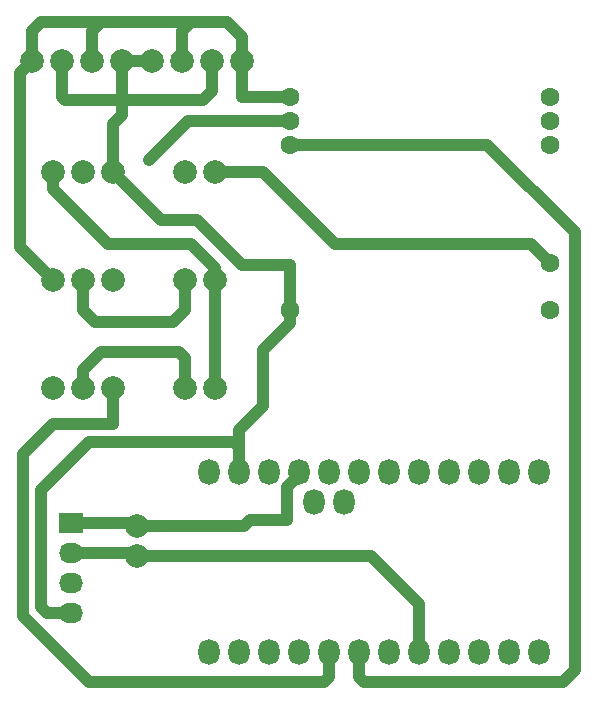
<source format=gbr>
G04 #@! TF.GenerationSoftware,KiCad,Pcbnew,(5.0.2)-1*
G04 #@! TF.CreationDate,2019-05-13T13:57:21+02:00*
G04 #@! TF.ProjectId,placa buena lineas rectas,706c6163-6120-4627-9565-6e61206c696e,rev?*
G04 #@! TF.SameCoordinates,Original*
G04 #@! TF.FileFunction,Copper,L2,Bot*
G04 #@! TF.FilePolarity,Positive*
%FSLAX46Y46*%
G04 Gerber Fmt 4.6, Leading zero omitted, Abs format (unit mm)*
G04 Created by KiCad (PCBNEW (5.0.2)-1) date 13/05/2019 13:57:21*
%MOMM*%
%LPD*%
G01*
G04 APERTURE LIST*
G04 #@! TA.AperFunction,ComponentPad*
%ADD10C,1.600000*%
G04 #@! TD*
G04 #@! TA.AperFunction,ComponentPad*
%ADD11O,1.800000X2.199640*%
G04 #@! TD*
G04 #@! TA.AperFunction,ComponentPad*
%ADD12C,2.000000*%
G04 #@! TD*
G04 #@! TA.AperFunction,ComponentPad*
%ADD13R,2.032000X1.727200*%
G04 #@! TD*
G04 #@! TA.AperFunction,ComponentPad*
%ADD14O,2.032000X1.727200*%
G04 #@! TD*
G04 #@! TA.AperFunction,ViaPad*
%ADD15C,1.000000*%
G04 #@! TD*
G04 #@! TA.AperFunction,Conductor*
%ADD16C,1.000000*%
G04 #@! TD*
G04 APERTURE END LIST*
D10*
G04 #@! TO.P,,1*
G04 #@! TO.N,3.7V*
X136499600Y-46482000D03*
G04 #@! TO.P,,2*
G04 #@! TO.N,TX_XBEE*
X136499600Y-48482000D03*
G04 #@! TO.P,,3*
G04 #@! TO.N,RX_XBEE*
X136499600Y-50482000D03*
G04 #@! TO.P,,4*
G04 #@! TO.N,GND*
X136499600Y-64482000D03*
G04 #@! TO.P,,5*
G04 #@! TO.N,Net-(U4-Pad5)*
X158499600Y-46482000D03*
G04 #@! TO.P,,6*
G04 #@! TO.N,Net-(U4-Pad6)*
X158499600Y-48482000D03*
G04 #@! TO.P,,7*
G04 #@! TO.N,Net-(U4-Pad7)*
X158499600Y-50482000D03*
G04 #@! TO.P,,8*
G04 #@! TO.N,PINOUT_TRANSISTOR*
X158499600Y-60482000D03*
G04 #@! TO.P,,9*
G04 #@! TO.N,Net-(U4-Pad9)*
X158499600Y-64482000D03*
G04 #@! TD*
D11*
G04 #@! TO.P,U2,12*
G04 #@! TO.N,Net-(U2-Pad12)*
X129641600Y-93472000D03*
G04 #@! TO.P,U2,11*
G04 #@! TO.N,Net-(U2-Pad11)*
X132181600Y-93472000D03*
G04 #@! TO.P,U2,10*
G04 #@! TO.N,Net-(U2-Pad10)*
X134721600Y-93472000D03*
G04 #@! TO.P,U2,9*
G04 #@! TO.N,Net-(U2-Pad9)*
X137261600Y-93472000D03*
G04 #@! TO.P,U2,8*
G04 #@! TO.N,RX_ARDUINO*
X139801600Y-93472000D03*
G04 #@! TO.P,U2,7*
G04 #@! TO.N,RX_XBEE*
X142341600Y-93472000D03*
G04 #@! TO.P,U2,6*
G04 #@! TO.N,Net-(U2-Pad6)*
X144881600Y-93472000D03*
G04 #@! TO.P,U2,5*
G04 #@! TO.N,SENS_DATA*
X147421600Y-93472000D03*
G04 #@! TO.P,U2,4*
G04 #@! TO.N,Net-(U2-Pad4)*
X149961600Y-93472000D03*
G04 #@! TO.P,U2,3*
G04 #@! TO.N,Net-(U2-Pad3)*
X152501600Y-93472000D03*
G04 #@! TO.P,U2,2*
G04 #@! TO.N,Net-(U2-Pad2)*
X155041600Y-93472000D03*
G04 #@! TO.P,U2,1*
G04 #@! TO.N,Net-(U2-Pad1)*
X157581600Y-93472000D03*
G04 #@! TO.P,U2,24*
G04 #@! TO.N,Net-(U2-Pad24)*
X157581600Y-78232000D03*
G04 #@! TO.P,U2,23*
G04 #@! TO.N,Net-(U2-Pad23)*
X155041600Y-78232000D03*
G04 #@! TO.P,U2,22*
G04 #@! TO.N,Net-(U2-Pad22)*
X152501600Y-78232000D03*
G04 #@! TO.P,U2,21*
G04 #@! TO.N,Net-(U2-Pad21)*
X149961600Y-78232000D03*
G04 #@! TO.P,U2,20*
G04 #@! TO.N,Net-(U2-Pad20)*
X147421600Y-78232000D03*
G04 #@! TO.P,U2,19*
G04 #@! TO.N,Net-(U2-Pad19)*
X144881600Y-78232000D03*
G04 #@! TO.P,U2,18*
G04 #@! TO.N,Net-(U2-Pad18)*
X142341600Y-78232000D03*
G04 #@! TO.P,U2,17*
G04 #@! TO.N,Net-(U2-Pad17)*
X139801600Y-78232000D03*
G04 #@! TO.P,U2,16*
G04 #@! TO.N,3.7V_OUT-T*
X137261600Y-78232000D03*
G04 #@! TO.P,U2,15*
G04 #@! TO.N,Net-(U2-Pad15)*
X134721600Y-78232000D03*
G04 #@! TO.P,U2,14*
G04 #@! TO.N,GND*
X132181600Y-78232000D03*
G04 #@! TO.P,U2,13*
G04 #@! TO.N,Net-(U2-Pad13)*
X129641600Y-78232000D03*
G04 #@! TO.P,U2,25*
G04 #@! TO.N,Net-(U2-Pad25)*
X141071600Y-80772000D03*
G04 #@! TO.P,U2,26*
G04 #@! TO.N,Net-(U2-Pad26)*
X138531600Y-80772000D03*
G04 #@! TD*
D12*
G04 #@! TO.P,,1*
G04 #@! TO.N,3.7V*
X114655600Y-43434000D03*
G04 #@! TO.P,,2*
G04 #@! TO.N,GND*
X117195600Y-43434000D03*
G04 #@! TO.P,,3*
G04 #@! TO.N,3.7V*
X119735600Y-43434000D03*
G04 #@! TO.P,,4*
G04 #@! TO.N,GND*
X122275600Y-43434000D03*
G04 #@! TO.P,,5*
X124815600Y-43434000D03*
G04 #@! TO.P,,6*
G04 #@! TO.N,3.7V*
X127355600Y-43434000D03*
G04 #@! TO.P,,7*
G04 #@! TO.N,GND*
X129895600Y-43434000D03*
G04 #@! TO.P,,8*
G04 #@! TO.N,3.7V*
X132435600Y-43434000D03*
G04 #@! TD*
G04 #@! TO.P,,2*
G04 #@! TO.N,Salida_2T*
X130149600Y-61976000D03*
G04 #@! TO.P,,1*
G04 #@! TO.N,Net-(U10-Pad2)*
X127609600Y-61976000D03*
G04 #@! TD*
G04 #@! TO.P,,2*
G04 #@! TO.N,Salida_2T*
X130149600Y-71120000D03*
G04 #@! TO.P,,1*
G04 #@! TO.N,Net-(U7-Pad1)*
X127609600Y-71120000D03*
G04 #@! TD*
G04 #@! TO.P,,2*
G04 #@! TO.N,PINOUT_TRANSISTOR*
X130149600Y-52832000D03*
G04 #@! TO.P,,1*
G04 #@! TO.N,Net-(U5-Pad1)*
X127609600Y-52832000D03*
G04 #@! TD*
G04 #@! TO.P,,1*
G04 #@! TO.N,3.7V_OUT-T*
X123545600Y-82804000D03*
G04 #@! TO.P,,2*
G04 #@! TO.N,SENS_DATA*
X123545600Y-85344000D03*
G04 #@! TD*
G04 #@! TO.P,,1*
G04 #@! TO.N,Salida_2T*
X116433600Y-52832000D03*
G04 #@! TO.P,,2*
G04 #@! TO.N,Net-(U5-Pad1)*
X118973600Y-52832000D03*
G04 #@! TO.P,,3*
G04 #@! TO.N,GND*
X121513600Y-52832000D03*
G04 #@! TD*
G04 #@! TO.P,,3*
G04 #@! TO.N,3.7V_OUT-T*
X121513600Y-61976000D03*
G04 #@! TO.P,,2*
G04 #@! TO.N,Net-(U10-Pad2)*
X118973600Y-61976000D03*
G04 #@! TO.P,,1*
G04 #@! TO.N,3.7V*
X116433600Y-61976000D03*
G04 #@! TD*
G04 #@! TO.P,,1*
G04 #@! TO.N,TX_XBEE*
X116433600Y-71120000D03*
G04 #@! TO.P,,2*
G04 #@! TO.N,Net-(U7-Pad1)*
X118973600Y-71120000D03*
G04 #@! TO.P,,3*
G04 #@! TO.N,RX_ARDUINO*
X121513600Y-71120000D03*
G04 #@! TD*
D13*
G04 #@! TO.P,,1*
G04 #@! TO.N,3.7V_OUT-T*
X117957600Y-82550000D03*
D14*
G04 #@! TO.P,,2*
G04 #@! TO.N,SENS_DATA*
X117957600Y-85090000D03*
G04 #@! TO.P,,3*
G04 #@! TO.N,Net-(TH1-Pad3)*
X117957600Y-87630000D03*
G04 #@! TO.P,,4*
G04 #@! TO.N,GND*
X117957600Y-90170000D03*
G04 #@! TD*
D15*
G04 #@! TO.N,TX_XBEE*
X124561600Y-51816000D03*
G04 #@! TD*
D16*
G04 #@! TO.N,3.7V*
X115433601Y-60976001D02*
X116433600Y-61976000D01*
X113655601Y-59198001D02*
X115433601Y-60976001D01*
X113655601Y-44433999D02*
X113655601Y-59198001D01*
X114655600Y-43434000D02*
X113655601Y-44433999D01*
X132435600Y-43434000D02*
X132435600Y-46482000D01*
X132435600Y-46482000D02*
X136499600Y-46482000D01*
X132435600Y-43434000D02*
X132435600Y-41402000D01*
X132435600Y-41402000D02*
X131165600Y-40132000D01*
X131165600Y-40132000D02*
X128117600Y-40132000D01*
X127355600Y-40894000D02*
X127355600Y-43434000D01*
X128117600Y-40132000D02*
X127355600Y-40894000D01*
X128117600Y-40132000D02*
X120497600Y-40132000D01*
X119735600Y-40894000D02*
X119735600Y-43434000D01*
X120497600Y-40132000D02*
X119735600Y-40894000D01*
X120497600Y-40132000D02*
X115417600Y-40132000D01*
X114655600Y-40894000D02*
X114655600Y-43434000D01*
X115417600Y-40132000D02*
X114655600Y-40894000D01*
G04 #@! TO.N,SENS_DATA*
X123291600Y-85090000D02*
X123545600Y-85344000D01*
X117957600Y-85090000D02*
X123291600Y-85090000D01*
X147421600Y-93272180D02*
X147421600Y-93472000D01*
X147421600Y-89408000D02*
X147421600Y-93472000D01*
X123545600Y-85344000D02*
X143357600Y-85344000D01*
X143357600Y-85344000D02*
X147421600Y-89408000D01*
G04 #@! TO.N,GND*
X122275600Y-43434000D02*
X124815600Y-43434000D01*
X136499600Y-60706000D02*
X136499600Y-64482000D01*
X121513600Y-52832000D02*
X123213601Y-54532001D01*
X136499600Y-60706000D02*
X132435600Y-60706000D01*
X132435600Y-60706000D02*
X128625600Y-56896000D01*
X125577600Y-56896000D02*
X121513600Y-52832000D01*
X128625600Y-56896000D02*
X125577600Y-56896000D01*
X117957600Y-90170000D02*
X117703600Y-90170000D01*
X132181600Y-78032180D02*
X132181600Y-78232000D01*
X121513600Y-52832000D02*
X121513600Y-48768000D01*
X121513600Y-48768000D02*
X122275600Y-48006000D01*
X129895600Y-43434000D02*
X129895600Y-45974000D01*
X129133600Y-46736000D02*
X122275600Y-46736000D01*
X129895600Y-45974000D02*
X129133600Y-46736000D01*
X122275600Y-48006000D02*
X122275600Y-46736000D01*
X122275600Y-46736000D02*
X122275600Y-43434000D01*
X122275600Y-46736000D02*
X117449600Y-46736000D01*
X117195600Y-46482000D02*
X117195600Y-43434000D01*
X117449600Y-46736000D02*
X117195600Y-46482000D01*
X132181600Y-76132180D02*
X131741420Y-75692000D01*
X132181600Y-78232000D02*
X132181600Y-76132180D01*
X115941600Y-90170000D02*
X117957600Y-90170000D01*
X115417600Y-89646000D02*
X115941600Y-90170000D01*
X115417600Y-79756000D02*
X115417600Y-89646000D01*
X131741420Y-75692000D02*
X119481600Y-75692000D01*
X119481600Y-75692000D02*
X115417600Y-79756000D01*
X132181600Y-74676000D02*
X134213600Y-72644000D01*
X132181600Y-76132180D02*
X132181600Y-74676000D01*
X134213600Y-67899370D02*
X134213600Y-72644000D01*
X136499600Y-65613370D02*
X134213600Y-67899370D01*
X136499600Y-64482000D02*
X136499600Y-65613370D01*
G04 #@! TO.N,TX_XBEE*
X136499600Y-48482000D02*
X127895600Y-48482000D01*
X127895600Y-48482000D02*
X124561600Y-51816000D01*
X124561600Y-51816000D02*
X124561600Y-51816000D01*
G04 #@! TO.N,RX_XBEE*
X142341600Y-95571820D02*
X142341600Y-93472000D01*
X142781780Y-96012000D02*
X142341600Y-95571820D01*
X160629600Y-57912000D02*
X160629600Y-94996000D01*
X136499600Y-50482000D02*
X153199600Y-50482000D01*
X153199600Y-50482000D02*
X160629600Y-57912000D01*
X160629600Y-94996000D02*
X159613600Y-96012000D01*
X159613600Y-96012000D02*
X142781780Y-96012000D01*
G04 #@! TO.N,PINOUT_TRANSISTOR*
X130149600Y-52832000D02*
X134213600Y-52832000D01*
X134213600Y-52832000D02*
X140309600Y-58928000D01*
X156945600Y-58928000D02*
X158499600Y-60482000D01*
X140309600Y-58928000D02*
X156945600Y-58928000D01*
G04 #@! TO.N,Net-(U7-Pad1)*
X118973600Y-71120000D02*
X118973600Y-69596000D01*
X118973600Y-69596000D02*
X120497600Y-68072000D01*
X120497600Y-68072000D02*
X127101600Y-68072000D01*
X127609600Y-68580000D02*
X127609600Y-71120000D01*
X127101600Y-68072000D02*
X127609600Y-68580000D01*
G04 #@! TO.N,RX_ARDUINO*
X139801600Y-93671820D02*
X139801600Y-93472000D01*
X121513600Y-74168000D02*
X121513600Y-71120000D01*
X116433600Y-74168000D02*
X121513600Y-74168000D01*
X139801600Y-93472000D02*
X139801600Y-95571820D01*
X139801600Y-95571820D02*
X139361420Y-96012000D01*
X139361420Y-96012000D02*
X119481600Y-96012000D01*
X113893600Y-90424000D02*
X113893600Y-76708000D01*
X119481600Y-96012000D02*
X113893600Y-90424000D01*
X113893600Y-76708000D02*
X116433600Y-74168000D01*
G04 #@! TO.N,3.7V_OUT-T*
X123291600Y-82550000D02*
X123545600Y-82804000D01*
X117957600Y-82550000D02*
X123291600Y-82550000D01*
X124959813Y-82804000D02*
X123545600Y-82804000D01*
X132612175Y-82804000D02*
X124959813Y-82804000D01*
X137261600Y-78232000D02*
X137184175Y-78232000D01*
X137261600Y-78431820D02*
X136245600Y-79447820D01*
X137261600Y-78232000D02*
X137261600Y-78431820D01*
X136245600Y-79447820D02*
X136245600Y-82296000D01*
X133120175Y-82296000D02*
X132612175Y-82804000D01*
X136245600Y-82296000D02*
X133120175Y-82296000D01*
G04 #@! TO.N,Net-(U10-Pad2)*
X118973600Y-61976000D02*
X118973600Y-64516000D01*
X118973600Y-64516000D02*
X119989600Y-65532000D01*
X119989600Y-65532000D02*
X126593600Y-65532000D01*
X127609600Y-64516000D02*
X127609600Y-61976000D01*
X126593600Y-65532000D02*
X127609600Y-64516000D01*
G04 #@! TO.N,Salida_2T*
X130149600Y-61976000D02*
X130149600Y-71120000D01*
X116433600Y-54246213D02*
X116433600Y-52832000D01*
X121115387Y-58928000D02*
X116433600Y-54246213D01*
X128117600Y-58928000D02*
X121115387Y-58928000D01*
X130149600Y-61976000D02*
X130149600Y-60960000D01*
X130149600Y-60960000D02*
X128117600Y-58928000D01*
G04 #@! TD*
M02*

</source>
